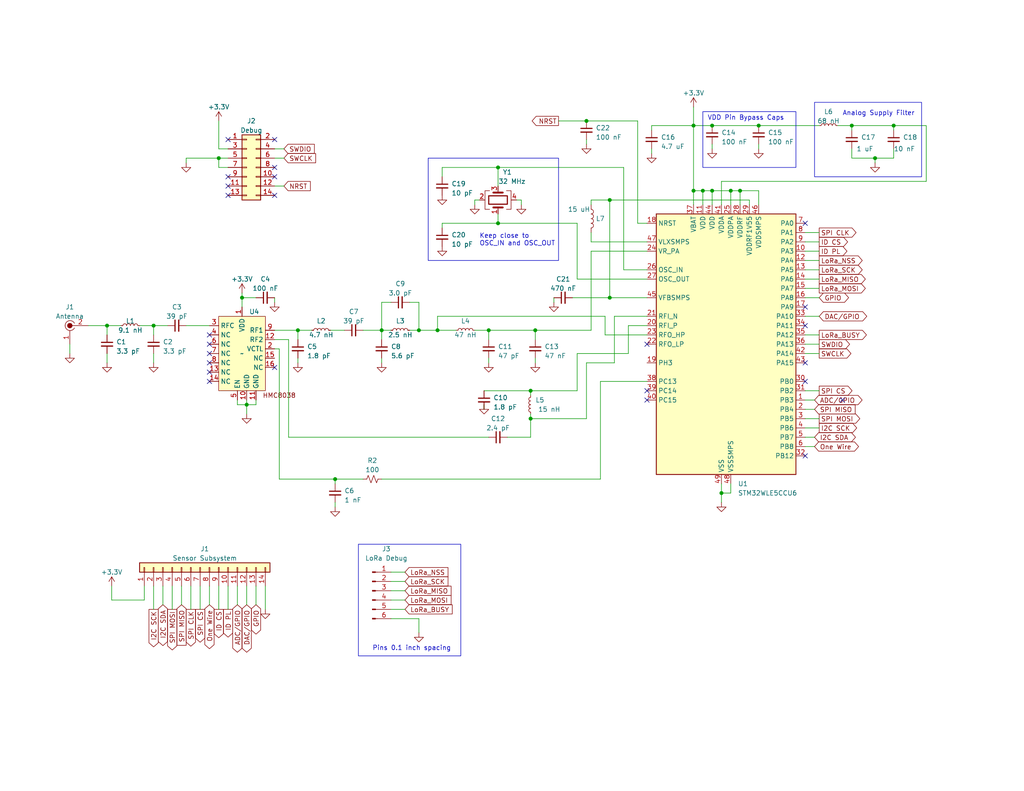
<source format=kicad_sch>
(kicad_sch (version 20230121) (generator eeschema)
  (paper "USLetter")
  (title_block (title "Central Subsystem") (date "2023-07-13") (rev "A.1") (company "NSE Labs"))
  (lib_symbols
    (symbol "Connector:Conn_01x06_Pin" (pin_names (offset 1.016) hide)
      (property "Reference" "J" (at 0 7.62 0))
      (property "Value" "Conn_01x06_Pin" (at 0 -10.16 0))
      (symbol "Conn_01x06_Pin_1_1"
        (polyline (pts (xy 1.27 -7.62) (xy 0.8636 -7.62)) (stroke (width 0.1524)))
        (polyline (pts (xy 1.27 -5.08) (xy 0.8636 -5.08)) (stroke (width 0.1524)))
        (polyline (pts (xy 1.27 -2.54) (xy 0.8636 -2.54)) (stroke (width 0.1524)))
        (polyline (pts (xy 1.27 0) (xy 0.8636 0)) (stroke (width 0.1524)))
        (polyline (pts (xy 1.27 2.54) (xy 0.8636 2.54)) (stroke (width 0.1524)))
        (polyline (pts (xy 1.27 5.08) (xy 0.8636 5.08)) (stroke (width 0.1524)))
        (rectangle (start 0.8636 -7.493) (end 0 -7.747) (stroke (width 0.1524)) (fill (type outline)))
        (rectangle (start 0.8636 -4.953) (end 0 -5.207) (stroke (width 0.1524)) (fill (type outline)))
        (rectangle (start 0.8636 -2.413) (end 0 -2.667) (stroke (width 0.1524)) (fill (type outline)))
        (rectangle (start 0.8636 0.127) (end 0 -0.127) (stroke (width 0.1524)) (fill (type outline)))
        (rectangle (start 0.8636 2.667) (end 0 2.413) (stroke (width 0.1524)) (fill (type outline)))
        (rectangle (start 0.8636 5.207) (end 0 4.953) (stroke (width 0.1524)) (fill (type outline)))
        (pin passive line (at 5.08 5.08 180) (length 3.81) (name "Pin_1") (number "1"))
        (pin passive line (at 5.08 2.54 180) (length 3.81) (name "Pin_2") (number "2"))
        (pin passive line (at 5.08 0 180) (length 3.81) (name "Pin_3") (number "3"))
        (pin passive line (at 5.08 -2.54 180) (length 3.81) (name "Pin_4") (number "4"))
        (pin passive line (at 5.08 -5.08 180) (length 3.81) (name "Pin_5") (number "5"))
        (pin passive line (at 5.08 -7.62 180) (length 3.81) (name "Pin_6") (number "6"))
      )
    )
    (symbol "Connector_Generic:Conn_01x14" (pin_names (offset 1.016) hide)
      (property "Reference" "J" (at 0 17.78 0))
      (property "Value" "Conn_01x14" (at 0 -20.32 0))
      (symbol "Conn_01x14_1_1"
        (rectangle (start -1.27 -17.653) (end 0 -17.907) (stroke (width 0.1524)))
        (rectangle (start -1.27 -15.113) (end 0 -15.367) (stroke (width 0.1524)))
        (rectangle (start -1.27 -12.573) (end 0 -12.827) (stroke (width 0.1524)))
        (rectangle (start -1.27 -10.033) (end 0 -10.287) (stroke (width 0.1524)))
        (rectangle (start -1.27 -7.493) (end 0 -7.747) (stroke (width 0.1524)))
        (rectangle (start -1.27 -4.953) (end 0 -5.207) (stroke (width 0.1524)))
        (rectangle (start -1.27 -2.413) (end 0 -2.667) (stroke (width 0.1524)))
        (rectangle (start -1.27 0.127) (end 0 -0.127) (stroke (width 0.1524)))
        (rectangle (start -1.27 2.667) (end 0 2.413) (stroke (width 0.1524)))
        (rectangle (start -1.27 5.207) (end 0 4.953) (stroke (width 0.1524)))
        (rectangle (start -1.27 7.747) (end 0 7.493) (stroke (width 0.1524)))
        (rectangle (start -1.27 10.287) (end 0 10.033) (stroke (width 0.1524)))
        (rectangle (start -1.27 12.827) (end 0 12.573) (stroke (width 0.1524)))
        (rectangle (start -1.27 15.367) (end 0 15.113) (stroke (width 0.1524)))
        (rectangle (start -1.27 16.51) (end 1.27 -19.05) (stroke (width 0.254)) (fill (type background)))
        (pin passive line (at -5.08 15.24 0) (length 3.81) (name "Pin_1") (number "1"))
        (pin passive line (at -5.08 -7.62 0) (length 3.81) (name "Pin_10") (number "10"))
        (pin passive line (at -5.08 -10.16 0) (length 3.81) (name "Pin_11") (number "11"))
        (pin passive line (at -5.08 -12.7 0) (length 3.81) (name "Pin_12") (number "12"))
        (pin passive line (at -5.08 -15.24 0) (length 3.81) (name "Pin_13") (number "13"))
        (pin passive line (at -5.08 -17.78 0) (length 3.81) (name "Pin_14") (number "14"))
        (pin passive line (at -5.08 12.7 0) (length 3.81) (name "Pin_2") (number "2"))
        (pin passive line (at -5.08 10.16 0) (length 3.81) (name "Pin_3") (number "3"))
        (pin passive line (at -5.08 7.62 0) (length 3.81) (name "Pin_4") (number "4"))
        (pin passive line (at -5.08 5.08 0) (length 3.81) (name "Pin_5") (number "5"))
        (pin passive line (at -5.08 2.54 0) (length 3.81) (name "Pin_6") (number "6"))
        (pin passive line (at -5.08 0 0) (length 3.81) (name "Pin_7") (number "7"))
        (pin passive line (at -5.08 -2.54 0) (length 3.81) (name "Pin_8") (number "8"))
        (pin passive line (at -5.08 -5.08 0) (length 3.81) (name "Pin_9") (number "9"))
      )
    )
    (symbol "Connector_Generic:Conn_02x07_Odd_Even" (pin_names (offset 1.016) hide)
      (property "Reference" "J" (at 1.27 10.16 0))
      (property "Value" "Conn_02x07_Odd_Even" (at 1.27 -10.16 0))
      (symbol "Conn_02x07_Odd_Even_1_1"
        (rectangle (start -1.27 -7.493) (end 0 -7.747) (stroke (width 0.1524)))
        (rectangle (start -1.27 -4.953) (end 0 -5.207) (stroke (width 0.1524)))
        (rectangle (start -1.27 -2.413) (end 0 -2.667) (stroke (width 0.1524)))
        (rectangle (start -1.27 0.127) (end 0 -0.127) (stroke (width 0.1524)))
        (rectangle (start -1.27 2.667) (end 0 2.413) (stroke (width 0.1524)))
        (rectangle (start -1.27 5.207) (end 0 4.953) (stroke (width 0.1524)))
        (rectangle (start -1.27 7.747) (end 0 7.493) (stroke (width 0.1524)))
        (rectangle (start -1.27 8.89) (end 3.81 -8.89) (stroke (width 0.254)) (fill (type background)))
        (rectangle (start 3.81 -7.493) (end 2.54 -7.747) (stroke (width 0.1524)))
        (rectangle (start 3.81 -4.953) (end 2.54 -5.207) (stroke (width 0.1524)))
        (rectangle (start 3.81 -2.413) (end 2.54 -2.667) (stroke (width 0.1524)))
        (rectangle (start 3.81 0.127) (end 2.54 -0.127) (stroke (width 0.1524)))
        (rectangle (start 3.81 2.667) (end 2.54 2.413) (stroke (width 0.1524)))
        (rectangle (start 3.81 5.207) (end 2.54 4.953) (stroke (width 0.1524)))
        (rectangle (start 3.81 7.747) (end 2.54 7.493) (stroke (width 0.1524)))
        (pin passive line (at -5.08 7.62 0) (length 3.81) (name "Pin_1") (number "1"))
        (pin passive line (at 7.62 -2.54 180) (length 3.81) (name "Pin_10") (number "10"))
        (pin passive line (at -5.08 -5.08 0) (length 3.81) (name "Pin_11") (number "11"))
        (pin passive line (at 7.62 -5.08 180) (length 3.81) (name "Pin_12") (number "12"))
        (pin passive line (at -5.08 -7.62 0) (length 3.81) (name "Pin_13") (number "13"))
        (pin passive line (at 7.62 -7.62 180) (length 3.81) (name "Pin_14") (number "14"))
        (pin passive line (at 7.62 7.62 180) (length 3.81) (name "Pin_2") (number "2"))
        (pin passive line (at -5.08 5.08 0) (length 3.81) (name "Pin_3") (number "3"))
        (pin passive line (at 7.62 5.08 180) (length 3.81) (name "Pin_4") (number "4"))
        (pin passive line (at -5.08 2.54 0) (length 3.81) (name "Pin_5") (number "5"))
        (pin passive line (at 7.62 2.54 180) (length 3.81) (name "Pin_6") (number "6"))
        (pin passive line (at -5.08 0 0) (length 3.81) (name "Pin_7") (number "7"))
        (pin passive line (at 7.62 0 180) (length 3.81) (name "Pin_8") (number "8"))
        (pin passive line (at -5.08 -2.54 0) (length 3.81) (name "Pin_9") (number "9"))
      )
    )
    (symbol "Device:C_Small" (pin_numbers hide) (pin_names (offset 0.254) hide)
      (property "Reference" "C" (at 0.254 1.778 0))
      (property "Value" "C_Small" (at 0.254 -2.032 0))
      (symbol "C_Small_0_1"
        (polyline (pts (xy -1.524 -0.508) (xy 1.524 -0.508)) (stroke (width 0.3302)))
        (polyline (pts (xy -1.524 0.508) (xy 1.524 0.508)) (stroke (width 0.3048)))
      )
      (symbol "C_Small_1_1"
        (pin passive line (at 0 2.54 270) (length 2.032) (name "~") (number "1"))
        (pin passive line (at 0 -2.54 90) (length 2.032) (name "~") (number "2"))
      )
    )
    (symbol "Device:Crystal_GND24" (pin_names (offset 1.016) hide)
      (property "Reference" "Y" (at 3.175 5.08 0))
      (property "Value" "Crystal_GND24" (at 3.175 3.175 0))
      (symbol "Crystal_GND24_0_1"
        (rectangle (start -1.143 2.54) (end 1.143 -2.54) (stroke (width 0.3048)))
        (polyline (pts (xy -2.54 0) (xy -2.032 0)))
        (polyline (pts (xy -2.032 -1.27) (xy -2.032 1.27)) (stroke (width 0.508)))
        (polyline (pts (xy 0 -3.81) (xy 0 -3.556)))
        (polyline (pts (xy 0 3.556) (xy 0 3.81)))
        (polyline (pts (xy 2.032 -1.27) (xy 2.032 1.27)) (stroke (width 0.508)))
        (polyline (pts (xy 2.032 0) (xy 2.54 0)))
        (polyline (pts (xy -2.54 -2.286) (xy -2.54 -3.556) (xy 2.54 -3.556) (xy 2.54 -2.286)))
        (polyline (pts (xy -2.54 2.286) (xy -2.54 3.556) (xy 2.54 3.556) (xy 2.54 2.286)))
      )
      (symbol "Crystal_GND24_1_1"
        (pin passive line (at -3.81 0 0) (length 1.27) (name "1") (number "1"))
        (pin passive line (at 0 5.08 270) (length 1.27) (name "2") (number "2"))
        (pin passive line (at 3.81 0 180) (length 1.27) (name "3") (number "3"))
        (pin passive line (at 0 -5.08 90) (length 1.27) (name "4") (number "4"))
      )
    )
    (symbol "Device:L" (pin_numbers hide) (pin_names (offset 1.016) hide)
      (property "Reference" "L" (at -1.27 0 90))
      (property "Value" "L" (at 1.905 0 90))
      (symbol "L_0_1"
        (arc (start 0 -2.54) (mid 0.6323 -1.905) (end 0 -1.27))
        (arc (start 0 -1.27) (mid 0.6323 -0.635) (end 0 0))
        (arc (start 0 0) (mid 0.6323 0.635) (end 0 1.27))
        (arc (start 0 1.27) (mid 0.6323 1.905) (end 0 2.54))
      )
      (symbol "L_1_1"
        (pin passive line (at 0 3.81 270) (length 1.27) (name "1") (number "1"))
        (pin passive line (at 0 -3.81 90) (length 1.27) (name "2") (number "2"))
      )
    )
    (symbol "Device:L_Small" (pin_numbers hide) (pin_names (offset 0.254) hide)
      (property "Reference" "L" (at 0.762 1.016 0))
      (property "Value" "L_Small" (at 0.762 -1.016 0))
      (symbol "L_Small_0_1"
        (arc (start 0 -2.032) (mid 0.5058 -1.524) (end 0 -1.016))
        (arc (start 0 -1.016) (mid 0.5058 -0.508) (end 0 0))
        (arc (start 0 0) (mid 0.5058 0.508) (end 0 1.016))
        (arc (start 0 1.016) (mid 0.5058 1.524) (end 0 2.032))
      )
      (symbol "L_Small_1_1"
        (pin passive line (at 0 2.54 270) (length 0.508) (name "~") (number "1"))
        (pin passive line (at 0 -2.54 90) (length 0.508) (name "~") (number "2"))
      )
    )
    (symbol "Device:R_Small_US" (pin_numbers hide) (pin_names (offset 0.254) hide)
      (property "Reference" "R" (at 0.762 0.508 0))
      (property "Value" "R_Small_US" (at 0.762 -1.016 0))
      (symbol "R_Small_US_1_1"
        (polyline (pts (xy 0 0) (xy 1.016 -0.381) (xy 0 -0.762) (xy -1.016 -1.143) (xy 0 -1.524)))
        (polyline (pts (xy 0 1.524) (xy 1.016 1.143) (xy 0 0.762) (xy -1.016 0.381) (xy 0 0)))
        (pin passive line (at 0 2.54 270) (length 1.016) (name "~") (number "1"))
        (pin passive line (at 0 -2.54 90) (length 1.016) (name "~") (number "2"))
      )
    )
    (symbol "MCU_ST_STM32WL:STM32WLE5CCUx"
      (property "Reference" "U" (at -17.78 36.83 0))
      (property "Value" "STM32WLE5CCUx" (at 12.7 36.83 0))
      (symbol "STM32WLE5CCUx_0_1"
        (rectangle (start -17.78 -35.56) (end 20.32 35.56) (stroke (width 0.254)) (fill (type background)))
      )
      (symbol "STM32WLE5CCUx_1_1"
        (pin bidirectional line (at 22.86 -15.24 180) (length 2.54) (name "PB3") (number "1"))
        (pin bidirectional line (at 22.86 25.4 180) (length 2.54) (name "PA3") (number "10"))
        (pin power_in line (at -5.08 38.1 270) (length 2.54) (name "VDD") (number "11"))
        (pin bidirectional line (at 22.86 22.86 180) (length 2.54) (name "PA4") (number "12"))
        (pin bidirectional line (at 22.86 20.32 180) (length 2.54) (name "PA5") (number "13"))
        (pin bidirectional line (at 22.86 17.78 180) (length 2.54) (name "PA6") (number "14"))
        (pin bidirectional line (at 22.86 15.24 180) (length 2.54) (name "PA7") (number "15"))
        (pin bidirectional line (at 22.86 12.7 180) (length 2.54) (name "PA8") (number "16"))
        (pin bidirectional line (at 22.86 10.16 180) (length 2.54) (name "PA9") (number "17"))
        (pin input line (at -20.32 33.02 0) (length 2.54) (name "NRST") (number "18"))
        (pin bidirectional line (at -20.32 -5.08 0) (length 2.54) (name "PH3") (number "19"))
        (pin bidirectional line (at 22.86 -17.78 180) (length 2.54) (name "PB4") (number "2"))
        (pin bidirectional line (at -20.32 5.08 0) (length 2.54) (name "RFI_P") (number "20"))
        (pin bidirectional line (at -20.32 7.62 0) (length 2.54) (name "RFI_N") (number "21"))
        (pin bidirectional line (at -20.32 0 0) (length 2.54) (name "RFO_LP") (number "22"))
        (pin bidirectional line (at -20.32 2.54 0) (length 2.54) (name "RFO_HP") (number "23"))
        (pin power_in line (at -20.32 25.4 0) (length 2.54) (name "VR_PA") (number "24"))
        (pin power_in line (at 2.54 38.1 270) (length 2.54) (name "VDDPA") (number "25"))
        (pin input line (at -20.32 20.32 0) (length 2.54) (name "OSC_IN") (number "26"))
        (pin input line (at -20.32 17.78 0) (length 2.54) (name "OSC_OUT") (number "27"))
        (pin power_in line (at 5.08 38.1 270) (length 2.54) (name "VDDRF") (number "28"))
        (pin power_in line (at 7.62 38.1 270) (length 2.54) (name "VDDRF1V55") (number "29"))
        (pin bidirectional line (at 22.86 -20.32 180) (length 2.54) (name "PB5") (number "3"))
        (pin bidirectional line (at 22.86 -10.16 180) (length 2.54) (name "PB0") (number "30"))
        (pin bidirectional line (at 22.86 -12.7 180) (length 2.54) (name "PB2") (number "31"))
        (pin bidirectional line (at 22.86 -30.48 180) (length 2.54) (name "PB12") (number "32"))
        (pin bidirectional line (at 22.86 7.62 180) (length 2.54) (name "PA10") (number "33"))
        (pin bidirectional line (at 22.86 5.08 180) (length 2.54) (name "PA11") (number "34"))
        (pin bidirectional line (at 22.86 2.54 180) (length 2.54) (name "PA12") (number "35"))
        (pin bidirectional line (at 22.86 0 180) (length 2.54) (name "PA13") (number "36"))
        (pin power_in line (at -7.62 38.1 270) (length 2.54) (name "VBAT") (number "37"))
        (pin bidirectional line (at -20.32 -10.16 0) (length 2.54) (name "PC13") (number "38"))
        (pin bidirectional line (at -20.32 -12.7 0) (length 2.54) (name "PC14") (number "39"))
        (pin bidirectional line (at 22.86 -22.86 180) (length 2.54) (name "PB6") (number "4"))
        (pin bidirectional line (at -20.32 -15.24 0) (length 2.54) (name "PC15") (number "40"))
        (pin power_in line (at 0 38.1 270) (length 2.54) (name "VDDA") (number "41"))
        (pin bidirectional line (at 22.86 -2.54 180) (length 2.54) (name "PA14") (number "42"))
        (pin bidirectional line (at 22.86 -5.08 180) (length 2.54) (name "PA15") (number "43"))
        (pin power_in line (at -2.54 38.1 270) (length 2.54) (name "VDD") (number "44"))
        (pin input line (at -20.32 12.7 0) (length 2.54) (name "VFBSMPS") (number "45"))
        (pin power_in line (at 10.16 38.1 270) (length 2.54) (name "VDDSMPS") (number "46"))
        (pin power_in line (at -20.32 27.94 0) (length 2.54) (name "VLXSMPS") (number "47"))
        (pin power_in line (at 2.54 -38.1 90) (length 2.54) (name "VSSSMPS") (number "48"))
        (pin power_in line (at 0 -38.1 90) (length 2.54) (name "VSS") (number "49"))
        (pin bidirectional line (at 22.86 -25.4 180) (length 2.54) (name "PB7") (number "5"))
        (pin bidirectional line (at 22.86 -27.94 180) (length 2.54) (name "PB8") (number "6"))
        (pin bidirectional line (at 22.86 33.02 180) (length 2.54) (name "PA0") (number "7"))
        (pin bidirectional line (at 22.86 30.48 180) (length 2.54) (name "PA1") (number "8"))
        (pin bidirectional line (at 22.86 27.94 180) (length 2.54) (name "PA2") (number "9"))
      )
    )
    (symbol "Wireless Sensors:HMC8038"
      (property "Reference" "U" (at -5.08 11.43 0))
      (symbol "HMC8038_1_1"
        (rectangle (start -6.35 10.16) (end 6.35 -10.16) (fill (type background)))
        (text "HMC8038" (at 10.16 -11.43 0) (effects (font (size 1.27 1.27))))
        (pin power_in line (at 0 12.7 270) (length 2.54) (name "VDD") (number "1"))
        (pin power_in line (at 1.27 -12.7 90) (length 2.54) (name "GND") (number "10"))
        (pin power_in line (at 3.81 -12.7 90) (length 2.54) (name "GND") (number "11"))
        (pin input line (at 8.89 3.81 180) (length 2.54) (name "RF2") (number "12"))
        (pin passive line (at -8.89 -5.08 0) (length 2.54) (name "NC") (number "13"))
        (pin passive line (at -8.89 -7.62 0) (length 2.54) (name "NC") (number "14"))
        (pin passive line (at 8.89 -1.27 180) (length 2.54) (name "NC") (number "15"))
        (pin passive line (at 8.89 -3.81 180) (length 2.54) (name "NC") (number "16"))
        (pin input line (at 8.89 1.27 180) (length 2.54) (name "VCTL") (number "2"))
        (pin output line (at -8.89 7.62 0) (length 2.54) (name "RFC") (number "3"))
        (pin passive line (at -8.89 5.08 0) (length 2.54) (name "NC") (number "4"))
        (pin input line (at -1.27 -12.7 90) (length 2.54) (name "EN") (number "5"))
        (pin passive line (at -8.89 2.54 0) (length 2.54) (name "NC") (number "6"))
        (pin passive line (at -8.89 0 0) (length 2.54) (name "NC") (number "7"))
        (pin passive line (at -8.89 -2.54 0) (length 2.54) (name "NC") (number "8"))
        (pin input line (at 8.89 6.35 180) (length 2.54) (name "RF1") (number "9"))
      )
    )
    (symbol "dk_Coaxial-Connectors-RF:U_FL-R-SMT_10_" (pin_names (offset 1.016))
      (property "Reference" "J" (at -1.27 1.27 0))
      (property "Value" "U_FL-R-SMT_10_" (at 1.27 -2.54 0))
      (symbol "U_FL-R-SMT_10__1_1"
        (arc (start -1.27 0) (mid -0.2651 -1.3081) (end 1.27 -0.635))
        (circle (center 0 0) (radius 0.635) (fill (type outline)))
        (arc (start 1.27 0.635) (mid -0.2496 1.3256) (end -1.27 0))
        (pin passive line (at 0 -5.08 90) (length 3.683) (name "~") (number "1"))
        (pin passive line (at 5.08 0 180) (length 4.445) (name "~") (number "2"))
      )
    )
    (symbol "power:+3.3V" (power) (pin_names (offset 0))
      (property "Value" "+3.3V" (at 0 3.556 0))
      (symbol "+3.3V_0_1"
        (polyline (pts (xy -0.762 1.27) (xy 0 2.54)))
        (polyline (pts (xy 0 0) (xy 0 2.54)))
        (polyline (pts (xy 0 2.54) (xy 0.762 1.27)))
      )
      (symbol "+3.3V_1_1"
        (pin power_in line (at 0 0 90) (length 0) hide (name "+3.3V") (number "1"))
      )
    )
    (symbol "power:GND" (power) (pin_names (offset 0))
      (property "Value" "GND" (at 0 -3.81 0))
      (symbol "GND_0_1"
        (polyline (pts (xy 0 0) (xy 0 -1.27) (xy 1.27 -1.27) (xy 0 -2.54) (xy -1.27 -1.27) (xy 0 -1.27)))
      )
      (symbol "GND_1_1"
        (pin power_in line (at 0 0 270) (length 0) hide (name "GND") (number "1"))
      )
    )
  )
  (junction (at 104.14 90.17))
  (junction (at 67.31 110.49))
  (junction (at 29.21 88.9))
  (junction (at 194.31 34.29))
  (junction (at 59.69 43.18))
  (junction (at 189.23 52.07))
  (junction (at 238.76 43.18))
  (junction (at 191.77 52.07))
  (junction (at 114.3 90.17))
  (junction (at 66.04 81.28))
  (junction (at 133.35 90.17))
  (junction (at 91.44 130.81))
  (junction (at 160.02 33.02))
  (junction (at 196.85 134.62))
  (junction (at 194.31 52.07))
  (junction (at 201.93 52.07))
  (junction (at 119.38 90.17))
  (junction (at 146.05 90.17))
  (junction (at 144.78 106.68))
  (junction (at 41.91 88.9))
  (junction (at 243.84 34.29))
  (junction (at 189.23 34.29))
  (junction (at 199.39 52.07))
  (junction (at 207.01 34.29))
  (junction (at 81.28 90.17))
  (junction (at 232.41 34.29))
  (junction (at 135.89 60.96))
  (junction (at 166.37 81.28))
  (junction (at 166.37 54.61))
  (junction (at 144.78 114.3))
  (junction (at 135.89 45.72))
  (no_connect (at 74.93 48.26))
  (no_connect (at 62.23 38.1))
  (no_connect (at 57.15 96.52))
  (no_connect (at 219.71 104.14))
  (no_connect (at 74.93 100.33))
  (no_connect (at 176.53 109.22))
  (no_connect (at 229.87 109.22))
  (no_connect (at 62.23 53.34))
  (no_connect (at 219.71 60.96))
  (no_connect (at 176.53 106.68))
  (no_connect (at 219.71 88.9))
  (no_connect (at 57.15 93.98))
  (no_connect (at 219.71 99.06))
  (no_connect (at 57.15 101.6))
  (no_connect (at 176.53 93.98))
  (no_connect (at 62.23 50.8))
  (no_connect (at 74.93 53.34))
  (no_connect (at 219.71 83.82))
  (no_connect (at 57.15 91.44))
  (no_connect (at 219.71 124.46))
  (no_connect (at 74.93 38.1))
  (no_connect (at 62.23 48.26))
  (no_connect (at 57.15 99.06))
  (no_connect (at 57.15 104.14))
  (no_connect (at 74.93 45.72))
  (wire (pts (xy 243.84 34.29) (xy 243.84 35.56)))
  (wire (pts (xy 104.14 82.55) (xy 106.68 82.55)))
  (wire (pts (xy 135.89 45.72) (xy 170.18 45.72)))
  (wire (pts (xy 140.97 54.61) (xy 142.24 54.61)))
  (wire (pts (xy 74.93 81.28) (xy 74.93 82.55)))
  (wire (pts (xy 132.08 111.76) (xy 132.08 110.49)))
  (wire (pts (xy 194.31 34.29) (xy 207.01 34.29)))
  (wire (pts (xy 160.02 99.06) (xy 160.02 114.3)))
  (wire (pts (xy 219.71 73.66) (xy 223.52 73.66)))
  (wire (pts (xy 114.3 90.17) (xy 119.38 90.17)))
  (wire (pts (xy 160.02 114.3) (xy 144.78 114.3)))
  (wire (pts (xy 219.71 96.52) (xy 223.52 96.52)))
  (wire (pts (xy 67.31 160.02) (xy 67.31 165.1)))
  (wire (pts (xy 64.77 110.49) (xy 64.77 109.22)))
  (wire (pts (xy 219.71 76.2) (xy 223.52 76.2)))
  (wire (pts (xy 120.65 48.26) (xy 120.65 45.72)))
  (wire (pts (xy 199.39 55.88) (xy 199.39 52.07)))
  (wire (pts (xy 104.14 90.17) (xy 104.14 92.71)))
  (wire (pts (xy 69.85 110.49) (xy 67.31 110.49)))
  (wire (pts (xy 67.31 110.49) (xy 64.77 110.49)))
  (wire (pts (xy 99.06 90.17) (xy 104.14 90.17)))
  (wire (pts (xy 106.68 161.29) (xy 110.49 161.29)))
  (wire (pts (xy 144.78 114.3) (xy 144.78 113.03)))
  (wire (pts (xy 238.76 43.18) (xy 238.76 44.45)))
  (wire (pts (xy 204.47 54.61) (xy 166.37 54.61)))
  (wire (pts (xy 135.89 60.96) (xy 157.48 60.96)))
  (wire (pts (xy 176.53 60.96) (xy 173.99 60.96)))
  (wire (pts (xy 166.37 81.28) (xy 176.53 81.28)))
  (wire (pts (xy 59.69 40.64) (xy 62.23 40.64)))
  (wire (pts (xy 133.35 97.79) (xy 133.35 99.06)))
  (wire (pts (xy 171.45 88.9) (xy 176.53 88.9)))
  (wire (pts (xy 219.71 81.28) (xy 223.52 81.28)))
  (wire (pts (xy 219.71 93.98) (xy 223.52 93.98)))
  (wire (pts (xy 219.71 109.22) (xy 222.25 109.22)))
  (wire (pts (xy 194.31 55.88) (xy 194.31 52.07)))
  (wire (pts (xy 219.71 121.92) (xy 222.25 121.92)))
  (wire (pts (xy 81.28 92.71) (xy 81.28 90.17)))
  (wire (pts (xy 41.91 96.52) (xy 41.91 99.06)))
  (wire (pts (xy 219.71 86.36) (xy 223.52 86.36)))
  (wire (pts (xy 30.48 160.02) (xy 30.48 163.83)))
  (wire (pts (xy 196.85 49.53) (xy 252.73 49.53)))
  (wire (pts (xy 30.48 163.83) (xy 39.37 163.83)))
  (wire (pts (xy 199.39 52.07) (xy 201.93 52.07)))
  (wire (pts (xy 219.71 111.76) (xy 222.25 111.76)))
  (wire (pts (xy 66.04 80.01) (xy 66.04 81.28)))
  (wire (pts (xy 111.76 82.55) (xy 114.3 82.55)))
  (wire (pts (xy 161.29 63.5) (xy 161.29 66.04)))
  (wire (pts (xy 114.3 82.55) (xy 114.3 90.17)))
  (wire (pts (xy 243.84 40.64) (xy 243.84 43.18)))
  (wire (pts (xy 50.8 88.9) (xy 57.15 88.9)))
  (wire (pts (xy 104.14 90.17) (xy 104.14 82.55)))
  (wire (pts (xy 176.53 76.2) (xy 157.48 76.2)))
  (wire (pts (xy 132.08 106.68) (xy 144.78 106.68)))
  (wire (pts (xy 219.71 66.04) (xy 223.52 66.04)))
  (wire (pts (xy 160.02 33.02) (xy 173.99 33.02)))
  (wire (pts (xy 156.21 81.28) (xy 166.37 81.28)))
  (wire (pts (xy 106.68 163.83) (xy 110.49 163.83)))
  (wire (pts (xy 104.14 97.79) (xy 104.14 99.06)))
  (wire (pts (xy 151.13 81.28) (xy 151.13 82.55)))
  (wire (pts (xy 196.85 132.08) (xy 196.85 134.62)))
  (wire (pts (xy 74.93 92.71) (xy 78.74 92.71)))
  (wire (pts (xy 252.73 34.29) (xy 252.73 49.53)))
  (wire (pts (xy 29.21 91.44) (xy 29.21 88.9)))
  (wire (pts (xy 106.68 158.75) (xy 110.49 158.75)))
  (wire (pts (xy 133.35 92.71) (xy 133.35 90.17)))
  (wire (pts (xy 146.05 97.79) (xy 146.05 99.06)))
  (wire (pts (xy 166.37 54.61) (xy 166.37 81.28)))
  (wire (pts (xy 176.53 66.04) (xy 161.29 66.04)))
  (wire (pts (xy 46.99 160.02) (xy 46.99 166.37)))
  (wire (pts (xy 232.41 34.29) (xy 232.41 35.56)))
  (wire (pts (xy 44.45 160.02) (xy 44.45 165.1)))
  (wire (pts (xy 74.93 40.64) (xy 77.47 40.64)))
  (wire (pts (xy 19.05 93.98) (xy 19.05 96.52)))
  (wire (pts (xy 222.25 119.38) (xy 219.71 119.38)))
  (wire (pts (xy 194.31 52.07) (xy 199.39 52.07)))
  (wire (pts (xy 135.89 50.8) (xy 135.89 45.72)))
  (wire (pts (xy 64.77 160.02) (xy 64.77 165.1)))
  (wire (pts (xy 189.23 52.07) (xy 189.23 55.88)))
  (wire (pts (xy 111.76 90.17) (xy 114.3 90.17)))
  (wire (pts (xy 196.85 134.62) (xy 196.85 137.16)))
  (wire (pts (xy 74.93 95.25) (xy 76.2 95.25)))
  (wire (pts (xy 207.01 55.88) (xy 207.01 52.07)))
  (wire (pts (xy 138.43 119.38) (xy 144.78 119.38)))
  (wire (pts (xy 146.05 90.17) (xy 146.05 92.71)))
  (wire (pts (xy 90.17 90.17) (xy 93.98 90.17)))
  (wire (pts (xy 106.68 168.91) (xy 114.3 168.91)))
  (wire (pts (xy 81.28 97.79) (xy 81.28 99.06)))
  (wire (pts (xy 59.69 160.02) (xy 59.69 166.37)))
  (wire (pts (xy 189.23 34.29) (xy 194.31 34.29)))
  (wire (pts (xy 194.31 39.37) (xy 194.31 40.64)))
  (wire (pts (xy 191.77 52.07) (xy 194.31 52.07)))
  (wire (pts (xy 191.77 55.88) (xy 191.77 52.07)))
  (wire (pts (xy 69.85 81.28) (xy 66.04 81.28)))
  (wire (pts (xy 142.24 55.88) (xy 142.24 54.61)))
  (wire (pts (xy 29.21 88.9) (xy 33.02 88.9)))
  (wire (pts (xy 201.93 55.88) (xy 201.93 52.07)))
  (wire (pts (xy 52.07 160.02) (xy 52.07 166.37)))
  (wire (pts (xy 130.81 54.61) (xy 129.54 54.61)))
  (wire (pts (xy 74.93 90.17) (xy 81.28 90.17)))
  (wire (pts (xy 120.65 45.72) (xy 135.89 45.72)))
  (wire (pts (xy 49.53 160.02) (xy 49.53 165.1)))
  (wire (pts (xy 207.01 34.29) (xy 223.52 34.29)))
  (wire (pts (xy 67.31 109.22) (xy 67.31 110.49)))
  (wire (pts (xy 204.47 55.88) (xy 204.47 54.61)))
  (wire (pts (xy 29.21 96.52) (xy 29.21 99.06)))
  (wire (pts (xy 199.39 132.08) (xy 199.39 134.62)))
  (wire (pts (xy 157.48 76.2) (xy 157.48 60.96)))
  (wire (pts (xy 120.65 60.96) (xy 120.65 62.23)))
  (wire (pts (xy 157.48 106.68) (xy 144.78 106.68)))
  (wire (pts (xy 81.28 90.17) (xy 85.09 90.17)))
  (wire (pts (xy 69.85 160.02) (xy 69.85 165.1)))
  (wire (pts (xy 157.48 96.52) (xy 171.45 96.52)))
  (wire (pts (xy 170.18 73.66) (xy 170.18 45.72)))
  (wire (pts (xy 160.02 99.06) (xy 167.64 99.06)))
  (wire (pts (xy 207.01 39.37) (xy 207.01 40.64)))
  (wire (pts (xy 119.38 86.36) (xy 165.1 86.36)))
  (wire (pts (xy 41.91 88.9) (xy 45.72 88.9)))
  (wire (pts (xy 219.71 116.84) (xy 223.52 116.84)))
  (wire (pts (xy 232.41 34.29) (xy 243.84 34.29)))
  (wire (pts (xy 119.38 86.36) (xy 119.38 90.17)))
  (wire (pts (xy 62.23 45.72) (xy 59.69 45.72)))
  (wire (pts (xy 99.06 130.81) (xy 91.44 130.81)))
  (wire (pts (xy 189.23 34.29) (xy 189.23 52.07)))
  (wire (pts (xy 163.83 104.14) (xy 163.83 130.81)))
  (wire (pts (xy 74.93 50.8) (xy 77.47 50.8)))
  (wire (pts (xy 106.68 156.21) (xy 110.49 156.21)))
  (wire (pts (xy 114.3 168.91) (xy 114.3 172.72)))
  (wire (pts (xy 165.1 91.44) (xy 165.1 86.36)))
  (wire (pts (xy 62.23 160.02) (xy 62.23 166.37)))
  (wire (pts (xy 69.85 109.22) (xy 69.85 110.49)))
  (wire (pts (xy 133.35 90.17) (xy 146.05 90.17)))
  (wire (pts (xy 167.64 99.06) (xy 167.64 86.36)))
  (wire (pts (xy 176.53 73.66) (xy 170.18 73.66)))
  (wire (pts (xy 67.31 113.03) (xy 67.31 110.49)))
  (wire (pts (xy 160.02 38.1) (xy 160.02 39.37)))
  (wire (pts (xy 91.44 137.16) (xy 91.44 138.43)))
  (wire (pts (xy 219.71 91.44) (xy 223.52 91.44)))
  (wire (pts (xy 135.89 60.96) (xy 120.65 60.96)))
  (wire (pts (xy 228.6 34.29) (xy 232.41 34.29)))
  (wire (pts (xy 38.1 88.9) (xy 41.91 88.9)))
  (wire (pts (xy 59.69 43.18) (xy 59.69 45.72)))
  (wire (pts (xy 161.29 68.58) (xy 161.29 90.17)))
  (wire (pts (xy 232.41 40.64) (xy 232.41 43.18)))
  (wire (pts (xy 196.85 55.88) (xy 196.85 49.53)))
  (wire (pts (xy 232.41 43.18) (xy 238.76 43.18)))
  (wire (pts (xy 59.69 33.02) (xy 59.69 40.64)))
  (wire (pts (xy 191.77 52.07) (xy 189.23 52.07)))
  (wire (pts (xy 74.93 43.18) (xy 77.47 43.18)))
  (wire (pts (xy 135.89 58.42) (xy 135.89 60.96)))
  (wire (pts (xy 41.91 160.02) (xy 41.91 166.37)))
  (wire (pts (xy 152.4 33.02) (xy 160.02 33.02)))
  (wire (pts (xy 219.71 78.74) (xy 223.52 78.74)))
  (wire (pts (xy 161.29 54.61) (xy 166.37 54.61)))
  (wire (pts (xy 50.8 43.18) (xy 59.69 43.18)))
  (wire (pts (xy 66.04 81.28) (xy 66.04 83.82)))
  (wire (pts (xy 163.83 130.81) (xy 104.14 130.81)))
  (wire (pts (xy 106.68 90.17) (xy 104.14 90.17)))
  (wire (pts (xy 50.8 44.45) (xy 50.8 43.18)))
  (wire (pts (xy 176.53 68.58) (xy 161.29 68.58)))
  (wire (pts (xy 177.8 34.29) (xy 189.23 34.29)))
  (wire (pts (xy 161.29 55.88) (xy 161.29 54.61)))
  (wire (pts (xy 59.69 43.18) (xy 62.23 43.18)))
  (wire (pts (xy 39.37 160.02) (xy 39.37 163.83)))
  (wire (pts (xy 243.84 34.29) (xy 252.73 34.29)))
  (wire (pts (xy 161.29 90.17) (xy 146.05 90.17)))
  (wire (pts (xy 176.53 104.14) (xy 163.83 104.14)))
  (wire (pts (xy 171.45 96.52) (xy 171.45 88.9)))
  (wire (pts (xy 124.46 90.17) (xy 119.38 90.17)))
  (wire (pts (xy 196.85 134.62) (xy 199.39 134.62)))
  (wire (pts (xy 173.99 60.96) (xy 173.99 33.02)))
  (wire (pts (xy 177.8 40.64) (xy 177.8 41.91)))
  (wire (pts (xy 219.71 68.58) (xy 223.52 68.58)))
  (wire (pts (xy 41.91 88.9) (xy 41.91 91.44)))
  (wire (pts (xy 78.74 119.38) (xy 133.35 119.38)))
  (wire (pts (xy 57.15 160.02) (xy 57.15 165.1)))
  (wire (pts (xy 157.48 96.52) (xy 157.48 106.68)))
  (wire (pts (xy 76.2 130.81) (xy 91.44 130.81)))
  (wire (pts (xy 201.93 52.07) (xy 207.01 52.07)))
  (wire (pts (xy 129.54 90.17) (xy 133.35 90.17)))
  (wire (pts (xy 106.68 166.37) (xy 110.49 166.37)))
  (wire (pts (xy 177.8 35.56) (xy 177.8 34.29)))
  (wire (pts (xy 72.39 160.02) (xy 72.39 166.37)))
  (wire (pts (xy 189.23 29.21) (xy 189.23 34.29)))
  (wire (pts (xy 219.71 106.68) (xy 223.52 106.68)))
  (wire (pts (xy 78.74 92.71) (xy 78.74 119.38)))
  (wire (pts (xy 24.13 88.9) (xy 29.21 88.9)))
  (wire (pts (xy 176.53 91.44) (xy 165.1 91.44)))
  (wire (pts (xy 54.61 160.02) (xy 54.61 166.37)))
  (wire (pts (xy 219.71 114.3) (xy 223.52 114.3)))
  (wire (pts (xy 238.76 43.18) (xy 243.84 43.18)))
  (wire (pts (xy 144.78 119.38) (xy 144.78 114.3)))
  (wire (pts (xy 76.2 95.25) (xy 76.2 130.81)))
  (wire (pts (xy 129.54 54.61) (xy 129.54 55.88)))
  (wire (pts (xy 219.71 63.5) (xy 223.52 63.5)))
  (wire (pts (xy 144.78 106.68) (xy 144.78 107.95)))
  (wire (pts (xy 219.71 71.12) (xy 223.52 71.12)))
  (wire (pts (xy 167.64 86.36) (xy 176.53 86.36)))
  (wire (pts (xy 91.44 130.81) (xy 91.44 132.08)))
  (rectangle (start 222.25 27.94) (end 251.46 48.26))
  (rectangle (start 191.77 30.48) (end 217.17 45.72))
  (rectangle (start 116.84 43.18) (end 152.4 71.12))
  (rectangle (start 97.79 148.59) (end 125.73 179.07))
  (text "Pins 0.1 inch spacing" (at 101.6 177.8 0) (effects (font (size 1.27 1.27)) (justify left bottom)))
  (text "Keep close to \nOSC_IN and OSC_OUT" (at 130.81 67.31 0) (effects (font (size 1.27 1.27)) (justify left bottom)))
  (text "Analog Supply Filter" (at 229.87 31.75 0) (effects (font (size 1.27 1.27)) (justify left bottom)))
  (text "VDD Pin Bypass Caps" (at 193.04 33.02 0) (effects (font (size 1.27 1.27)) (justify left bottom)))
  (global_label "SPI MOSI" (shape output) (at 46.99 166.37 270) (property "Intersheetrefs" "${INTERSHEET_REFS}" (effects hide)))
  (global_label "ID CS" (shape output) (at 223.52 66.04 0) (property "Intersheetrefs" "${INTERSHEET_REFS}" (effects hide)))
  (global_label "LoRa_NSS" (shape input) (at 110.49 156.21 0) (property "Intersheetrefs" "${INTERSHEET_REFS}" (effects hide)))
  (global_label "I2C SCK" (shape output) (at 223.52 116.84 0) (property "Intersheetrefs" "${INTERSHEET_REFS}" (effects hide)))
  (global_label "SPI CLK" (shape output) (at 52.07 166.37 270) (property "Intersheetrefs" "${INTERSHEET_REFS}" (effects hide)))
  (global_label "I2C SCK" (shape output) (at 41.91 166.37 270) (property "Intersheetrefs" "${INTERSHEET_REFS}" (effects hide)))
  (global_label "LoRa_BUSY" (shape output) (at 223.52 91.44 0) (property "Intersheetrefs" "${INTERSHEET_REFS}" (effects hide)))
  (global_label "LoRa_MOSI" (shape output) (at 223.52 78.74 0) (property "Intersheetrefs" "${INTERSHEET_REFS}" (effects hide)))
  (global_label "LoRa_MISO" (shape input) (at 110.49 161.29 0) (property "Intersheetrefs" "${INTERSHEET_REFS}" (effects hide)))
  (global_label "LoRa_BUSY" (shape input) (at 110.49 166.37 0) (property "Intersheetrefs" "${INTERSHEET_REFS}" (effects hide)))
  (global_label "GPIO" (shape bidirectional) (at 223.52 81.28 0) (property "Intersheetrefs" "${INTERSHEET_REFS}" (effects hide)))
  (global_label "ADC{slash}GPIO" (shape bidirectional) (at 64.77 165.1 270) (property "Intersheetrefs" "${INTERSHEET_REFS}" (effects hide)))
  (global_label "LoRa_NSS" (shape output) (at 223.52 71.12 0) (property "Intersheetrefs" "${INTERSHEET_REFS}" (effects hide)))
  (global_label "SWDIO" (shape input) (at 77.47 40.64 0) (property "Intersheetrefs" "${INTERSHEET_REFS}" (effects hide)))
  (global_label "LoRa_SCK" (shape output) (at 223.52 73.66 0) (property "Intersheetrefs" "${INTERSHEET_REFS}" (effects hide)))
  (global_label "SPI MISO" (shape input) (at 222.25 111.76 0) (property "Intersheetrefs" "${INTERSHEET_REFS}" (effects hide)))
  (global_label "SWDIO" (shape output) (at 223.52 93.98 0) (property "Intersheetrefs" "${INTERSHEET_REFS}" (effects hide)))
  (global_label "ADC{slash}GPIO" (shape bidirectional) (at 222.25 109.22 0) (property "Intersheetrefs" "${INTERSHEET_REFS}" (effects hide)))
  (global_label "SPI MOSI" (shape output) (at 223.52 114.3 0) (property "Intersheetrefs" "${INTERSHEET_REFS}" (effects hide)))
  (global_label "ID PL" (shape output) (at 223.52 68.58 0) (property "Intersheetrefs" "${INTERSHEET_REFS}" (effects hide)))
  (global_label "SPI CLK" (shape output) (at 223.52 63.5 0) (property "Intersheetrefs" "${INTERSHEET_REFS}" (effects hide)))
  (global_label "SWCLK" (shape input) (at 77.47 43.18 0) (property "Intersheetrefs" "${INTERSHEET_REFS}" (effects hide)))
  (global_label "I2C SDA" (shape bidirectional) (at 222.25 119.38 0) (property "Intersheetrefs" "${INTERSHEET_REFS}" (effects hide)))
  (global_label "LoRa_MISO" (shape output) (at 223.52 76.2 0) (property "Intersheetrefs" "${INTERSHEET_REFS}" (effects hide)))
  (global_label "SPI MISO" (shape input) (at 49.53 165.1 270) (property "Intersheetrefs" "${INTERSHEET_REFS}" (effects hide)))
  (global_label "SPI CS" (shape output) (at 223.52 106.68 0) (property "Intersheetrefs" "${INTERSHEET_REFS}" (effects hide)))
  (global_label "NRST" (shape input) (at 77.47 50.8 0) (property "Intersheetrefs" "${INTERSHEET_REFS}" (effects hide)))
  (global_label "DAC{slash}GPIO" (shape bidirectional) (at 67.31 165.1 270) (property "Intersheetrefs" "${INTERSHEET_REFS}" (effects hide)))
  (global_label "LoRa_SCK" (shape input) (at 110.49 158.75 0) (property "Intersheetrefs" "${INTERSHEET_REFS}" (effects hide)))
  (global_label "SWCLK" (shape output) (at 223.52 96.52 0) (property "Intersheetrefs" "${INTERSHEET_REFS}" (effects hide)))
  (global_label "ID PL" (shape output) (at 62.23 166.37 270) (property "Intersheetrefs" "${INTERSHEET_REFS}" (effects hide)))
  (global_label "SPI CS" (shape output) (at 54.61 166.37 270) (property "Intersheetrefs" "${INTERSHEET_REFS}" (effects hide)))
  (global_label "GPIO" (shape bidirectional) (at 69.85 165.1 270) (property "Intersheetrefs" "${INTERSHEET_REFS}" (effects hide)))
  (global_label "One Wire" (shape bidirectional) (at 222.25 121.92 0) (property "Intersheetrefs" "${INTERSHEET_REFS}" (effects hide)))
  (global_label "ID CS" (shape output) (at 59.69 166.37 270) (property "Intersheetrefs" "${INTERSHEET_REFS}" (effects hide)))
  (global_label "I2C SDA" (shape bidirectional) (at 44.45 165.1 270) (property "Intersheetrefs" "${INTERSHEET_REFS}" (effects hide)))
  (global_label "One Wire" (shape bidirectional) (at 57.15 165.1 270) (property "Intersheetrefs" "${INTERSHEET_REFS}" (effects hide)))
  (global_label "DAC{slash}GPIO" (shape bidirectional) (at 223.52 86.36 0) (property "Intersheetrefs" "${INTERSHEET_REFS}" (effects hide)))
  (global_label "LoRa_MOSI" (shape input) (at 110.49 163.83 0) (property "Intersheetrefs" "${INTERSHEET_REFS}" (effects hide)))
  (global_label "NRST" (shape output) (at 152.4 33.02 180) (property "Intersheetrefs" "${INTERSHEET_REFS}" (effects hide)))
  (symbol (lib_id "power:GND") (at 81.28 99.06 0) (unit 1)
    (property "Reference" "#PWR016" (effects hide))
    (property "Value" "GND" (effects hide))
    (instances (project "Combined Boards" (path "" (reference "#PWR016") (unit 1))) (project "LoRa Development Board" (path "" (reference "#PWR013") (unit 1))))
  )
  (symbol (lib_id "power:GND") (at 133.35 99.06 0) (unit 1)
    (property "Reference" "#PWR020" (effects hide))
    (property "Value" "GND" (effects hide))
    (instances (project "Combined Boards" (path "" (reference "#PWR020") (unit 1))) (project "LoRa Development Board" (path "" (reference "#PWR010") (unit 1))))
  )
  (symbol (lib_id "Device:L_Small") (at 87.63 90.17 90) (unit 1)
    (property "Reference" "L2" (at 87.63 87.63 90))
    (property "Value" "4.7 nH" (at 87.63 91.44 90))
    (instances (project "Combined Boards" (path "" (reference "L2") (unit 1))) (project "LoRa Development Board" (path "" (reference "L4") (unit 1))))
  )
  (symbol (lib_id "Device:L_Small") (at 226.06 34.29 90) (unit 1)
    (property "Reference" "L6" (at 226.06 30.48 90))
    (property "Value" "68 nH" (at 226.06 33.02 90))
    (instances (project "Combined Boards" (path "" (reference "L6") (unit 1))) (project "CPU Development Board" (path "" (reference "L1") (unit 1))))
  )
  (symbol (lib_id "Device:C_Small") (at 160.02 35.56 0) (unit 1)
    (property "Reference" "C22" (at 162.56 34.9313 0) (effects (justify left)))
    (property "Value" "100 nF" (at 162.56 37.4713 0) (effects (justify left)))
    (instances (project "Combined Boards" (path "" (reference "C22") (unit 1))) (project "LoRa Development Board" (path "" (reference "C3") (unit 1))))
  )
  (symbol (lib_id "power:+3.3V") (at 59.69 33.02 0) (unit 1)
    (property "Reference" "#PWR035" (effects hide))
    (property "Value" "+3.3V" (at 59.69 29.21 0))
    (instances (project "Combined Boards" (path "" (reference "#PWR035") (unit 1))) (project "CPU Development Board" (path "" (reference "#PWR015") (unit 1))))
  )
  (symbol (lib_id "Connector_Generic:Conn_02x07_Odd_Even") (at 67.31 45.72 0) (unit 1)
    (property "Reference" "J2" (at 68.58 33.02 0))
    (property "Value" "Debug" (at 68.58 35.56 0))
  )
  (symbol (lib_id "power:GND") (at 151.13 82.55 0) (unit 1)
    (property "Reference" "#PWR032" (effects hide))
    (property "Value" "GND" (effects hide))
    (instances (project "Combined Boards" (path "" (reference "#PWR032") (unit 1))) (project "LoRa Development Board" (path "" (reference "#PWR011") (unit 1))))
  )
  (symbol (lib_id "Device:C_Small") (at 153.67 81.28 90) (unit 1)
    (property "Reference" "C21" (at 153.6763 76.2 90))
    (property "Value" "470 nF" (at 153.6763 78.74 90))
    (instances (project "Combined Boards" (path "" (reference "C21") (unit 1))) (project "LoRa Development Board" (path "" (reference "C8") (unit 1))))
  )
  (symbol (lib_id "Device:C_Small") (at 133.35 95.25 0) (unit 1)
    (property "Reference" "C11" (at 135.89 94.6213 0) (effects (justify left)))
    (property "Value" "47 pF" (at 135.89 97.1613 0) (effects (justify left)))
    (instances (project "Combined Boards" (path "" (reference "C11") (unit 1))) (project "LoRa Development Board" (path "" (reference "C2") (unit 1))))
  )
  (symbol (lib_id "power:GND") (at 91.44 138.43 0) (unit 1)
    (property "Reference" "#PWR017" (effects hide))
    (property "Value" "GND" (effects hide))
    (instances (project "Combined Boards" (path "" (reference "#PWR017") (unit 1))) (project "LoRa Development Board" (path "" (reference "#PWR011") (unit 1))))
  )
  (symbol (lib_id "Wireless Sensors:HMC8038") (at 66.04 96.52 0) (unit 1)
    (property "Reference" "U4" (at 67.9959 85.09 0) (effects (justify left)))
    (property "Value" "~" (at 66.04 96.52 0))
    (instances (project "Combined Boards" (path "" (reference "U4") (unit 1))) (project "LoRa Development Board" (path "" (reference "U3") (unit 1))))
  )
  (symbol (lib_id "power:GND") (at 74.93 82.55 0) (unit 1)
    (property "Reference" "#PWR015" (effects hide))
    (property "Value" "GND" (effects hide))
    (instances (project "Combined Boards" (path "" (reference "#PWR015") (unit 1))) (project "LoRa Development Board" (path "" (reference "#PWR020") (unit 1))))
  )
  (symbol (lib_id "power:GND") (at 120.65 53.34 0) (unit 1)
    (property "Reference" "#PWR028" (effects hide))
    (property "Value" "GND" (effects hide))
    (instances (project "Combined Boards" (path "" (reference "#PWR028") (unit 1))) (project "CPU Development Board" (path "" (reference "#PWR09") (unit 1))))
  )
  (symbol (lib_id "power:GND") (at 67.31 113.03 0) (unit 1)
    (property "Reference" "#PWR014" (effects hide))
    (property "Value" "GND" (effects hide))
    (instances (project "Combined Boards" (path "" (reference "#PWR014") (unit 1))) (project "LoRa Development Board" (path "" (reference "#PWR019") (unit 1))))
  )
  (symbol (lib_id "Device:C_Small") (at 29.21 93.98 0) (unit 1)
    (property "Reference" "C1" (at 31.75 93.3513 0) (effects (justify left)))
    (property "Value" "3.3 pF" (at 31.75 95.8913 0) (effects (justify left)))
    (instances (project "Combined Boards" (path "" (reference "C1") (unit 1))) (project "LoRa Development Board" (path "" (reference "C10") (unit 1))))
  )
  (symbol (lib_id "Device:C_Small") (at 120.65 50.8 0) (unit 1)
    (property "Reference" "C19" (at 123.19 50.1713 0) (effects (justify left)))
    (property "Value" "10 pF" (at 123.19 52.7113 0) (effects (justify left)))
    (instances (project "Combined Boards" (path "" (reference "C19") (unit 1))) (project "CPU Development Board" (path "" (reference "C8") (unit 1))))
  )
  (symbol (lib_id "power:GND") (at 194.31 40.64 0) (unit 1)
    (property "Reference" "#PWR022" (effects hide))
    (property "Value" "GND" (effects hide))
    (instances (project "Combined Boards" (path "" (reference "#PWR022") (unit 1))) (project "LoRa Development Board" (path "" (reference "#PWR011") (unit 1))))
  )
  (symbol (lib_id "Device:C_Small") (at 194.31 36.83 0) (unit 1)
    (property "Reference" "C14" (at 196.85 36.2013 0) (effects (justify left)))
    (property "Value" "100 nF" (at 196.85 38.7413 0) (effects (justify left)))
    (instances (project "Combined Boards" (path "" (reference "C14") (unit 1))) (project "LoRa Development Board" (path "" (reference "C3") (unit 1))))
  )
  (symbol (lib_id "power:GND") (at 19.05 96.52 0) (unit 1)
    (property "Reference" "#PWR010" (effects hide))
    (property "Value" "GND" (effects hide))
    (instances (project "Combined Boards" (path "" (reference "#PWR010") (unit 1))) (project "LoRa Development Board" (path "" (reference "#PWR017") (unit 1))))
  )
  (symbol (lib_id "Device:L_Small") (at 144.78 110.49 180) (unit 1)
    (property "Reference" "L5" (at 147.32 109.22 0))
    (property "Value" "15 nH" (at 149.86 111.76 0))
    (instances (project "Combined Boards" (path "" (reference "L5") (unit 1))) (project "LoRa Development Board" (path "" (reference "L6") (unit 1))))
  )
  (symbol (lib_id "Device:C_Small") (at 81.28 95.25 0) (unit 1)
    (property "Reference" "C5" (at 83.82 94.6213 0) (effects (justify left)))
    (property "Value" "1.8 pF" (at 83.82 97.1613 0) (effects (justify left)))
    (instances (project "Combined Boards" (path "" (reference "C5") (unit 1))) (project "LoRa Development Board" (path "" (reference "C7") (unit 1))))
  )
  (symbol (lib_id "Device:C_Small") (at 135.89 119.38 90) (unit 1)
    (property "Reference" "C12" (at 135.8963 114.3 90))
    (property "Value" "2.4 pF" (at 135.8963 116.84 90))
    (instances (project "Combined Boards" (path "" (reference "C12") (unit 1))) (project "LoRa Development Board" (path "" (reference "C11") (unit 1))))
  )
  (symbol (lib_id "Device:C_Small") (at 146.05 95.25 0) (unit 1)
    (property "Reference" "C13" (at 148.59 94.6213 0) (effects (justify left)))
    (property "Value" "47 nF" (at 148.59 97.1613 0) (effects (justify left)))
    (instances (project "Combined Boards" (path "" (reference "C13") (unit 1))) (project "LoRa Development Board" (path "" (reference "C1") (unit 1))))
  )
  (symbol (lib_id "power:GND") (at 160.02 39.37 0) (unit 1)
    (property "Reference" "#PWR033" (effects hide))
    (property "Value" "GND" (effects hide))
    (instances (project "Combined Boards" (path "" (reference "#PWR033") (unit 1))) (project "LoRa Development Board" (path "" (reference "#PWR011") (unit 1))))
  )
  (symbol (lib_id "power:GND") (at 238.76 44.45 0) (unit 1)
    (property "Reference" "#PWR026" (effects hide))
    (property "Value" "GND" (effects hide))
    (instances (project "Combined Boards" (path "" (reference "#PWR026") (unit 1))) (project "CPU Development Board" (path "" (reference "#PWR07") (unit 1))))
  )
  (symbol (lib_id "Device:C_Small") (at 91.44 134.62 0) (unit 1)
    (property "Reference" "C6" (at 93.98 133.9913 0) (effects (justify left)))
    (property "Value" "1 nF" (at 93.98 136.5313 0) (effects (justify left)))
    (instances (project "Combined Boards" (path "" (reference "C6") (unit 1))) (project "LoRa Development Board" (path "" (reference "C3") (unit 1))))
  )
  (symbol (lib_id "power:GND") (at 132.08 110.49 0) (unit 1)
    (property "Reference" "#PWR019" (effects hide))
    (property "Value" "GND" (effects hide))
    (instances (project "Combined Boards" (path "" (reference "#PWR019") (unit 1))) (project "LoRa Development Board" (path "" (reference "#PWR018") (unit 1))))
  )
  (symbol (lib_id "Device:L_Small") (at 35.56 88.9 90) (unit 1)
    (property "Reference" "L1" (at 35.56 87.63 90))
    (property "Value" "9.1 nH" (at 35.56 90.17 90))
    (instances (project "Combined Boards" (path "" (reference "L1") (unit 1))) (project "LoRa Development Board" (path "" (reference "L5") (unit 1))))
  )
  (symbol (lib_id "Device:Crystal_GND24") (at 135.89 54.61 90) (unit 1)
    (property "Reference" "Y1" (at 138.43 46.99 90))
    (property "Value" "32 MHz" (at 139.7 49.53 90))
  )
  (symbol (lib_id "Device:L") (at 161.29 59.69 0) (unit 1)
    (property "Reference" "L7" (at 162.56 59.69 0) (effects (justify left)))
    (property "Value" "15 uH" (at 154.94 57.15 0) (effects (justify left)))
  )
  (symbol (lib_id "power:GND") (at 129.54 55.88 0) (unit 1)
    (property "Reference" "#PWR030" (effects hide))
    (property "Value" "GND" (effects hide))
    (instances (project "Combined Boards" (path "" (reference "#PWR030") (unit 1))) (project "CPU Development Board" (path "" (reference "#PWR08") (unit 1))))
  )
  (symbol (lib_id "power:GND") (at 104.14 99.06 0) (unit 1)
    (property "Reference" "#PWR018" (effects hide))
    (property "Value" "GND" (effects hide))
    (instances (project "Combined Boards" (path "" (reference "#PWR018") (unit 1))) (project "LoRa Development Board" (path "" (reference "#PWR012") (unit 1))))
  )
  (symbol (lib_id "Device:C_Small") (at 132.08 109.22 0) (unit 1)
    (property "Reference" "C10" (at 134.62 108.5913 0) (effects (justify left)))
    (property "Value" "1.8 pF" (at 134.62 111.1313 0) (effects (justify left)))
    (instances (project "Combined Boards" (path "" (reference "C10") (unit 1))) (project "LoRa Development Board" (path "" (reference "C12") (unit 1))))
  )
  (symbol (lib_id "power:GND") (at 196.85 137.16 0) (unit 1)
    (property "Reference" "#PWR027" (effects hide))
    (property "Value" "GND" (effects hide))
    (instances (project "Combined Boards" (path "" (reference "#PWR027") (unit 1))) (project "LoRa Development Board" (path "" (reference "#PWR011") (unit 1))))
  )
  (symbol (lib_id "Device:C_Small") (at 104.14 95.25 0) (unit 1)
    (property "Reference" "C8" (at 106.68 94.6213 0) (effects (justify left)))
    (property "Value" "5.6 pF" (at 106.68 97.1613 0) (effects (justify left)))
    (instances (project "Combined Boards" (path "" (reference "C8") (unit 1))) (project "LoRa Development Board" (path "" (reference "C5") (unit 1))))
  )
  (symbol (lib_id "power:GND") (at 50.8 44.45 0) (unit 1)
    (property "Reference" "#PWR034" (effects hide))
    (property "Value" "GND" (effects hide))
    (instances (project "Combined Boards" (path "" (reference "#PWR034") (unit 1))) (project "CPU Development Board" (path "" (reference "#PWR016") (unit 1))))
  )
  (symbol (lib_id "Connector_Generic:Conn_01x14") (at 54.61 154.94 90) (unit 1)
    (property "Reference" "J1" (at 55.88 149.86 90))
    (property "Value" "Sensor Subsystem" (at 55.88 152.4 90))
  )
  (symbol (lib_id "Device:C_Small") (at 243.84 38.1 0) (unit 1)
    (property "Reference" "C18" (at 246.38 37.4713 0) (effects (justify left)))
    (property "Value" "10 nF" (at 243.84 40.64 0) (effects (justify left)))
    (instances (project "Combined Boards" (path "" (reference "C18") (unit 1))) (project "CPU Development Board" (path "" (reference "C7") (unit 1))))
  )
  (symbol (lib_id "power:+3.3V") (at 189.23 29.21 0) (unit 1)
    (property "Reference" "#PWR021" (effects hide))
    (property "Value" "+3.3V" (at 189.23 25.4 0))
  )
  (symbol (lib_id "power:GND") (at 207.01 40.64 0) (unit 1)
    (property "Reference" "#PWR024" (effects hide))
    (property "Value" "GND" (effects hide))
    (instances (project "Combined Boards" (path "" (reference "#PWR024") (unit 1))) (project "LoRa Development Board" (path "" (reference "#PWR011") (unit 1))))
  )
  (symbol (lib_id "power:GND") (at 120.65 67.31 0) (unit 1)
    (property "Reference" "#PWR029" (effects hide))
    (property "Value" "GND" (effects hide))
    (instances (project "Combined Boards" (path "" (reference "#PWR029") (unit 1))) (project "CPU Development Board" (path "" (reference "#PWR010") (unit 1))))
  )
  (symbol (lib_id "power:GND") (at 114.3 172.72 0) (unit 1)
    (property "Reference" "#PWR038" (effects hide))
    (property "Value" "GND" (effects hide))
    (instances (project "Combined Boards" (path "" (reference "#PWR038") (unit 1))) (project "LoRa Development Board" (path "" (reference "#PWR011") (unit 1))))
  )
  (symbol (lib_id "Device:C_Small") (at 96.52 90.17 90) (unit 1)
    (property "Reference" "C7" (at 96.5263 85.09 90))
    (property "Value" "39 pF" (at 96.5263 87.63 90))
    (instances (project "Combined Boards" (path "" (reference "C7") (unit 1))) (project "LoRa Development Board" (path "" (reference "C6") (unit 1))))
  )
  (symbol (lib_id "Connector:Conn_01x06_Pin") (at 101.6 161.29 0) (unit 1)
    (property "Reference" "J3" (at 105.41 149.86 0))
    (property "Value" "LoRa Debug" (at 105.41 152.4 0))
  )
  (symbol (lib_id "power:GND") (at 142.24 55.88 0) (unit 1)
    (property "Reference" "#PWR031" (effects hide))
    (property "Value" "GND" (effects hide))
    (instances (project "Combined Boards" (path "" (reference "#PWR031") (unit 1))) (project "CPU Development Board" (path "" (reference "#PWR03") (unit 1))))
  )
  (symbol (lib_id "dk_Coaxial-Connectors-RF:U_FL-R-SMT_10_") (at 19.05 88.9 0) (unit 1)
    (property "Reference" "J1" (at 19.0499 83.82 0))
    (property "Value" "Antenna" (at 19.0499 86.36 0))
    (property "Footprint" "digikey-footprints:Coax_Conn_U.FL" (effects hide))
    (property "Datasheet" "https://media.digikey.com/pdf/Data%20Sheets/Hirose%20PDFs/UFL%20Series.pdf" (effects hide))
    (property "Digi-Key_PN" "H9161CT-ND" (effects hide))
    (property "MPN" "U.FL-R-SMT(10)" (effects hide))
    (property "Category" "Connectors, Interconnects" (effects hide))
    (property "Family" "Coaxial Connectors (RF)" (effects hide))
    (property "DK_Datasheet_Link" "https://media.digikey.com/pdf/Data%20Sheets/Hirose%20PDFs/UFL%20Series.pdf" (effects hide))
    (property "DK_Detail_Page" "/product-detail/en/hirose-electric-co-ltd/U.FL-R-SMT(10)/H9161CT-ND/2135256" (effects hide))
    (property "Description" "CONN U.FL RCPT STR 50 OHM SMD" (effects hide))
    (property "Manufacturer" "Hirose Electric Co Ltd" (effects hide))
    (property "Status" "Active" (effects hide))
  )
  (symbol (lib_id "Device:C_Small") (at 109.22 82.55 90) (unit 1)
    (property "Reference" "C9" (at 109.2263 77.47 90))
    (property "Value" "3.0 pF" (at 109.2263 80.01 90))
    (instances (project "Combined Boards" (path "" (reference "C9") (unit 1))) (project "LoRa Development Board" (path "" (reference "C4") (unit 1))))
  )
  (symbol (lib_id "Device:L_Small") (at 127 90.17 90) (unit 1)
    (property "Reference" "L4" (at 127 87.63 90))
    (property "Value" "47 nH" (at 127 91.44 90))
    (instances (project "Combined Boards" (path "" (reference "L4") (unit 1))) (project "LoRa Development Board" (path "" (reference "L1") (unit 1))))
  )
  (symbol (lib_id "Device:L_Small") (at 109.22 90.17 90) (unit 1)
    (property "Reference" "L3" (at 109.22 87.63 90))
    (property "Value" "2.5 nH" (at 109.22 91.44 90))
  )
  (symbol (lib_id "Device:C_Small") (at 72.39 81.28 90) (unit 1)
    (property "Reference" "C4" (at 72.3963 76.2 90))
    (property "Value" "100 nF" (at 72.3963 78.74 90))
    (instances (project "Combined Boards" (path "" (reference "C4") (unit 1))) (project "LoRa Development Board" (path "" (reference "C13") (unit 1))))
  )
  (symbol (lib_id "Device:C_Small") (at 41.91 93.98 0) (unit 1)
    (property "Reference" "C2" (at 44.45 93.3513 0) (effects (justify left)))
    (property "Value" "3.3 pF" (at 44.45 95.8913 0) (effects (justify left)))
    (instances (project "Combined Boards" (path "" (reference "C2") (unit 1))) (project "LoRa Development Board" (path "" (reference "C9") (unit 1))))
  )
  (symbol (lib_id "power:GND") (at 177.8 41.91 0) (unit 1)
    (property "Reference" "#PWR025" (effects hide))
    (property "Value" "GND" (effects hide))
    (instances (project "Combined Boards" (path "" (reference "#PWR025") (unit 1))) (project "LoRa Development Board" (path "" (reference "#PWR011") (unit 1))))
  )
  (symbol (lib_id "power:+3.3V") (at 66.04 80.01 0) (unit 1)
    (property "Reference" "#PWR013" (effects hide))
    (property "Value" "+3.3V" (at 66.04 76.2 0))
    (instances (project "Combined Boards" (path "" (reference "#PWR013") (unit 1))) (project "LoRa Development Board" (path "" (reference "#PWR014") (unit 1))))
  )
  (symbol (lib_id "power:+3.3V") (at 30.48 160.02 0) (unit 1)
    (property "Reference" "#PWR01" (effects hide))
    (property "Value" "+3.3V" (at 30.48 156.21 0))
    (instances (project "Combined Boards" (path "" (reference "#PWR01") (unit 1)) (path "" (reference "#PWR036") (unit 1))))
  )
  (symbol (lib_id "power:GND") (at 41.91 99.06 0) (unit 1)
    (property "Reference" "#PWR012" (effects hide))
    (property "Value" "GND" (effects hide))
    (instances (project "Combined Boards" (path "" (reference "#PWR012") (unit 1))) (project "LoRa Development Board" (path "" (reference "#PWR015") (unit 1))))
  )
  (symbol (lib_id "MCU_ST_STM32WL:STM32WLE5CCUx") (at 196.85 93.98 0) (unit 1)
    (property "Reference" "U1" (at 201.3459 132.08 0) (effects (justify left)))
    (property "Value" "STM32WLE5CCU6" (at 201.3459 134.62 0) (effects (justify left)))
    (property "Footprint" "Package_DFN_QFN:QFN-48-1EP_7x7mm_P0.5mm_EP5.6x5.6mm" (effects hide))
    (property "Datasheet" "https://www.st.com/resource/en/datasheet/stm32wle5cc.pdf" (effects hide))
  )
  (symbol (lib_id "power:GND") (at 72.39 166.37 0) (unit 1)
    (property "Reference" "#PWR04" (effects hide))
    (property "Value" "GND" (effects hide))
    (instances (project "Combined Boards" (path "" (reference "#PWR04") (unit 1)) (path "" (reference "#PWR037") (unit 1))))
  )
  (symbol (lib_id "Device:C_Small") (at 207.01 36.83 0) (unit 1)
    (property "Reference" "C15" (at 209.55 36.2013 0) (effects (justify left)))
    (property "Value" "100 nF" (at 209.55 38.7413 0) (effects (justify left)))
    (instances (project "Combined Boards" (path "" (reference "C15") (unit 1))) (project "LoRa Development Board" (path "" (reference "C3") (unit 1))))
  )
  (symbol (lib_id "Device:C_Small") (at 120.65 64.77 0) (unit 1)
    (property "Reference" "C20" (at 123.19 64.1413 0) (effects (justify left)))
    (property "Value" "10 pF" (at 123.19 66.6813 0) (effects (justify left)))
    (instances (project "Combined Boards" (path "" (reference "C20") (unit 1))) (project "CPU Development Board" (path "" (reference "C9") (unit 1))))
  )
  (symbol (lib_id "Device:C_Small") (at 232.41 38.1 0) (unit 1)
    (property "Reference" "C17" (at 234.95 37.4713 0) (effects (justify left)))
    (property "Value" "1 uF" (at 233.68 40.64 0) (effects (justify left)))
    (instances (project "Combined Boards" (path "" (reference "C17") (unit 1))) (project "CPU Development Board" (path "" (reference "C6") (unit 1))))
  )
  (symbol (lib_id "power:GND") (at 146.05 99.06 0) (unit 1)
    (property "Reference" "#PWR023" (effects hide))
    (property "Value" "GND" (effects hide))
    (instances (project "Combined Boards" (path "" (reference "#PWR023") (unit 1))) (project "LoRa Development Board" (path "" (reference "#PWR09") (unit 1))))
  )
  (symbol (lib_id "power:GND") (at 29.21 99.06 0) (unit 1)
    (property "Reference" "#PWR011" (effects hide))
    (property "Value" "GND" (effects hide))
    (instances (project "Combined Boards" (path "" (reference "#PWR011") (unit 1))) (project "LoRa Development Board" (path "" (reference "#PWR016") (unit 1))))
  )
  (symbol (lib_id "Device:R_Small_US") (at 101.6 130.81 90) (unit 1)
    (property "Reference" "R2" (at 101.6 125.73 90))
    (property "Value" "100" (at 101.6 128.27 90))
    (instances (project "Combined Boards" (path "" (reference "R2") (unit 1))) (project "LoRa Development Board" (path "" (reference "R1") (unit 1))))
  )
  (symbol (lib_id "Device:C_Small") (at 177.8 38.1 0) (unit 1)
    (property "Reference" "C16" (at 180.34 37.4713 0) (effects (justify left)))
    (property "Value" "4.7 uF" (at 180.34 40.0113 0) (effects (justify left)))
    (instances (project "Combined Boards" (path "" (reference "C16") (unit 1))) (project "LoRa Development Board" (path "" (reference "C3") (unit 1))))
  )
  (symbol (lib_id "Device:C_Small") (at 48.26 88.9 90) (unit 1)
    (property "Reference" "C3" (at 48.2663 83.82 90))
    (property "Value" "39 pF" (at 48.2663 86.36 90))
    (instances (project "Combined Boards" (path "" (reference "C3") (unit 1))) (project "LoRa Development Board" (path "" (reference "C8") (unit 1))))
  )
)
</source>
